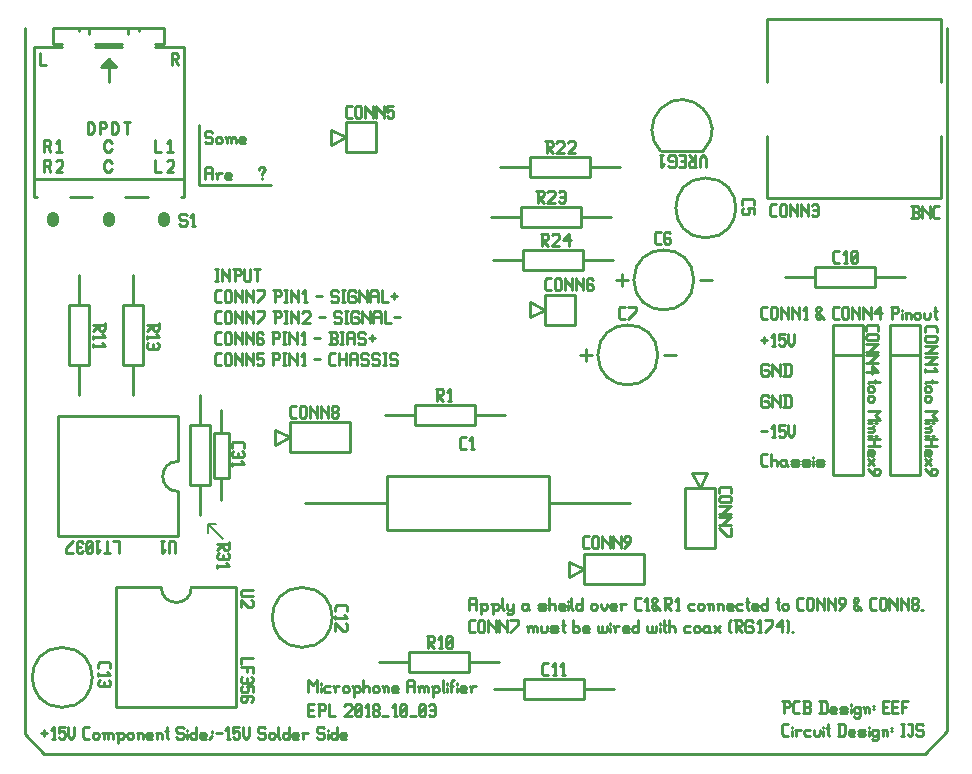
<source format=gbr>
G04 start of page 7 for group 1 layer_idx 4 *
G04 Title: (unknown), top_silk *
G04 Creator: pcb-rnd 2.0.1 *
G04 CreationDate: 2018-11-08 18:27:00 UTC *
G04 For:  *
G04 Format: Gerber/RS-274X *
G04 PCB-Dimensions: 316500 250000 *
G04 PCB-Coordinate-Origin: lower left *
%MOIN*%
%FSLAX25Y25*%
%LNTOPSILK*%
%ADD69C,0.0060*%
%ADD68C,0.0400*%
%ADD67C,0.0110*%
%ADD66C,0.0100*%
G54D66*X43300Y151500D02*Y131500D01*
X36700Y151500D02*Y131500D01*
X33000Y205500D02*X32000Y206500D01*
X22000Y161500D02*Y151500D01*
Y131500D02*Y121500D01*
X25300Y151500D02*Y131500D01*
G54D67*X4000Y244000D02*Y8500D01*
G54D66*X15000Y114500D02*Y74500D01*
X18700Y131500D02*X25300D01*
X18700Y151500D02*Y131500D01*
Y151500D02*X25300D01*
X34500Y57500D02*Y17500D01*
X31500Y200000D02*X30500Y199000D01*
Y197000D02*X31500Y196000D01*
X32000D02*X33000Y197000D01*
X31500Y196000D02*X32000D01*
Y206500D02*X31500D01*
X33000Y199000D02*X32000Y200000D01*
X31500D01*
Y206500D02*X30500Y205500D01*
Y203500D02*X31500Y202500D01*
X32000D02*X33000Y203500D01*
X31500Y202500D02*X32000D01*
X37000Y212500D02*X39000D01*
X38000D02*Y208500D01*
X30500Y199000D02*Y197000D01*
Y205500D02*Y203500D01*
X33000Y208500D02*X34000D01*
X35000Y209500D01*
Y211500D01*
X10500Y206500D02*Y202500D01*
Y206500D02*X12000D01*
X33000Y212500D02*Y208500D01*
X14500Y199500D02*X15000Y200000D01*
X16000D02*X16500Y199500D01*
X15000Y200000D02*X16000D01*
X15500Y202500D02*Y206500D01*
X14500Y205500D01*
Y196000D02*X16500D01*
Y198000D02*X14500Y196000D01*
X16500Y199500D02*Y198000D01*
X10500Y200000D02*Y196000D01*
X14500Y202500D02*X16500D01*
X12000Y204000D02*X12500Y202500D01*
X12000Y197500D02*X12500Y196000D01*
X9000Y235500D02*Y231500D01*
X11000D01*
X12500Y199500D02*Y198500D01*
X12000Y198000D01*
X11000D01*
X12000Y204500D02*X11000D01*
X10500Y200000D02*X12000D01*
X12500Y199500D01*
X12000Y206500D02*X12500Y206000D01*
Y205000D01*
X12000Y204500D01*
X31000Y211000D02*X30500Y210500D01*
X29500D01*
X35000Y211500D02*X34000Y212500D01*
X33000D01*
X29000D02*X30500D01*
X31000Y212000D01*
Y211000D01*
X27000Y211500D02*X26000Y212500D01*
X25000D01*
X29000Y208500D02*Y212500D01*
X25000D02*Y208500D01*
X26000D01*
X27000Y209500D01*
Y211500D01*
X29500Y231000D02*X34500D01*
X32000Y233500D01*
Y232500D02*X33500Y231000D01*
X30500D02*X32000Y232500D01*
X7000Y237500D02*Y187500D01*
X32000Y233500D02*Y226000D01*
Y233500D02*X29500Y231000D01*
X38500Y242000D02*Y244000D01*
G54D68*X13500Y180500D02*Y179500D01*
X32000Y180500D02*Y179500D01*
G54D66*X27500Y237500D02*X36500D01*
X16500Y238500D02*X13500D01*
Y244000D01*
X36500Y238500D02*X27500D01*
X25500Y242000D02*Y244000D01*
X22000Y243000D02*Y244000D01*
X7000Y237500D02*X16500D01*
X40000Y161500D02*Y151500D01*
X36700D02*X43300D01*
X8000Y187500D02*X7000D01*
X19000D02*X26500D01*
X15000Y114500D02*X55000D01*
X15000Y74500D02*X55000D01*
Y114500D02*Y99500D01*
Y89500D02*Y74500D01*
X34500Y17500D02*X74500D01*
Y57500D01*
X34500D02*X49500D01*
X59500D02*X74500D01*
X37500Y187500D02*X45000D01*
X13500Y244000D02*X50500D01*
X42000Y243000D02*Y244000D01*
X50500D02*Y238500D01*
X47500D01*
X53000Y235500D02*Y231500D01*
Y235500D02*X54500D01*
Y233500D02*X53500D01*
X7000Y193500D02*X57000D01*
X47500Y196000D02*X49500D01*
X51500D02*X53500D01*
X54500Y235500D02*X55000Y235000D01*
Y234000D01*
X54500Y233500D01*
Y233000D02*X55000Y231500D01*
X52000Y200000D02*X53000D01*
X51500Y199500D02*X52000Y200000D01*
X53000D02*X53500Y199500D01*
Y198000D01*
X51500Y196000D01*
X47500Y206500D02*Y202500D01*
Y200000D02*Y196000D01*
Y202500D02*X49500D01*
X51500D02*X53500D01*
X52500D02*Y206500D01*
X51500Y205500D01*
X40000Y131500D02*Y121500D01*
X36700Y131500D02*X43300D01*
X57000Y187500D02*Y237500D01*
X47500D01*
X62000Y191500D02*X86000D01*
X62000Y211500D02*Y191500D01*
G54D68*X50500Y180500D02*Y179500D01*
G54D66*X57000Y187500D02*X56000D01*
X72000Y109000D02*X67000D01*
X69500Y116500D02*Y109000D01*
X62500Y121500D02*Y111500D01*
X65800D02*X59200D01*
X67000Y109000D02*Y94000D01*
X65800Y111500D02*Y91500D01*
X59200Y111500D02*Y91500D01*
X72000Y94000D02*X67000D01*
X65800Y91500D02*X59200D01*
X72000Y109000D02*Y94000D01*
X69500D02*Y86500D01*
X62500Y91500D02*Y81500D01*
X92500Y112500D02*Y102500D01*
Y107500D02*X87500Y110000D01*
X92500Y107500D02*X87500Y105000D01*
Y110000D02*Y105000D01*
G54D69*X69950Y73550D02*X65000Y78500D01*
Y75672D01*
Y78500D02*X67828D01*
G54D67*X311500Y244000D02*Y9500D01*
G54D66*X309500Y187150D02*Y208000D01*
G54D67*X10500Y2000D02*X304000D01*
G54D66*X302500Y135000D02*Y145000D01*
X292500Y135000D02*X302500D01*
Y145000D02*X292500D01*
X302500Y95000D02*Y145000D01*
X292500Y95000D02*X302500D01*
X292500Y145000D02*Y95000D01*
G54D67*X304000Y2000D02*X311500Y9500D01*
G54D66*X283500Y135000D02*Y145000D01*
X273500Y135000D02*X283500D01*
X273500Y95000D02*X283500D01*
X273500Y145000D02*Y95000D01*
X283500Y145000D02*X273500D01*
X283500Y95000D02*Y145000D01*
G54D67*X4000Y8500D02*X10500Y2000D01*
G54D66*X132000Y35800D02*Y29200D01*
X152000D01*
Y35800D02*Y29200D01*
X132000Y35800D02*X152000D01*
Y32500D02*X162000D01*
X122000D02*X132000D01*
X160500Y23500D02*X170500D01*
Y20200D02*X190500D01*
X170500Y26800D02*Y20200D01*
X190500Y68500D02*X210500D01*
Y58500D02*X190500D01*
X210500D02*Y68500D01*
X190500Y63500D02*X185500Y66000D01*
X190500Y63500D02*X185500Y61000D01*
Y66000D02*Y61000D01*
X190500Y23500D02*X200500D01*
X170500Y26800D02*X190500D01*
Y20200D01*
Y68500D02*Y58500D01*
X309500Y246850D02*X251500D01*
Y226000D01*
Y187150D02*Y208000D01*
X257500Y161000D02*X267500D01*
X287500D02*X297500D01*
X267500Y164300D02*X287500D01*
Y157700D01*
X267500D01*
Y164300D01*
X251500Y187150D02*X309500D01*
Y246850D02*Y226000D01*
Y246016D03*
X216000Y203000D02*X230000D01*
X162500Y197500D02*X172500D01*
Y194200D02*Y200800D01*
X169500Y181000D02*X159500D01*
X192500Y194200D02*X172500D01*
X199500Y181000D02*X189500D01*
Y184300D02*X169500D01*
X189500Y177700D02*X169500D01*
Y184300D02*Y177700D01*
X170000Y166700D02*X160000D01*
X170000Y170000D02*Y163400D01*
X134000Y115000D02*X124000D01*
X164000D02*X154000D01*
Y118300D02*X134000D01*
X154000Y111700D02*Y118300D01*
Y111700D02*X134000D01*
Y118300D01*
X92500Y112500D02*X112500D01*
Y102500D02*X92500D01*
X124575Y94525D02*X178725D01*
X112500Y102500D02*Y112500D01*
X124575Y94525D02*Y76475D01*
X97500Y85500D02*X124575D01*
X178725Y76475D02*X124575D01*
X178725D02*Y94525D01*
X200000Y166700D02*X190000D01*
X178725Y85500D02*X205800D01*
X190000Y170000D02*X170000D01*
X190000Y163400D02*X170000D01*
X177500Y155000D02*Y145000D01*
Y155000D02*X187500D01*
X177500Y150000D02*X172500Y152500D01*
X177500Y150000D02*X172500Y147500D01*
Y152500D02*Y147500D01*
X187500Y145000D02*X177500D01*
X187500D02*Y155000D01*
X192500Y197500D02*X202500D01*
X205000Y160000D02*X201000D01*
X203000Y162000D02*Y158000D01*
X221000Y135000D02*X217000D01*
X233000Y160000D02*X229000D01*
X234000Y90500D02*X224000D01*
X229000D02*X231500Y95500D01*
X229000Y90500D02*X226500Y95500D01*
X231500D02*X226500D01*
X234000Y90500D02*Y70500D01*
X224000D02*Y90500D01*
Y70500D02*X234000D01*
X111000Y212500D02*Y202500D01*
Y207500D02*X106000Y210000D01*
X111000Y207500D02*X106000Y205000D01*
Y210000D02*Y205000D01*
X111000Y212500D02*X121000D01*
Y202500D02*X111000D01*
X121000D02*Y212500D01*
X172500Y200800D02*X192500D01*
Y194200D01*
X189500Y184300D02*Y177700D01*
X193000Y135000D02*X189000D01*
X191000Y137000D02*Y133000D01*
X190000Y170000D02*Y163400D01*
X55000Y99500D02*G75*G03X55000Y89500I0J-5000D01*G01*
X16500Y37500D02*G75*G03X16500Y17500I0J-10000D01*G01*
X16500D02*G75*G03X16500Y37500I0J10000D01*G01*
X96500Y57500D02*G75*G03X96500Y37500I0J-10000D01*G01*
G75*G03X96500Y57500I0J10000D01*G01*
X49500D02*G75*G03X59500Y57500I5000J0D01*G01*
X230071Y202929D02*G75*G03X215929Y217071I-7071J7071D01*G01*
X215929Y217071D02*G75*G03X215929Y202929I7071J-7071D01*G01*
X195000Y135000D02*G75*G03X215000Y135000I10000J0D01*G01*
G75*G03X195000Y135000I-10000J0D01*G01*
X207000Y160000D02*G75*G03X227000Y160000I10000J0D01*G01*
G75*G03X207000Y160000I-10000J0D01*G01*
X231000Y194000D02*G75*G03X231000Y174000I0J-10000D01*G01*
G75*G03X231000Y194000I0J10000D01*G01*
X64000Y197015D02*Y193550D01*
Y197015D02*X64495Y197510D01*
X65980D01*
X66475Y197015D01*
Y193550D01*
X64000Y195530D02*X66475D01*
X68158Y195035D02*Y193550D01*
Y195035D02*X68653Y195530D01*
X69643D01*
X67663D02*X68158Y195035D01*
X71326Y193550D02*X72811D01*
X70831Y194045D02*X71326Y193550D01*
X70831Y195035D02*Y194045D01*
Y195035D02*X71326Y195530D01*
X72316D01*
X72811Y195035D01*
X70831Y194540D02*X72811D01*
Y195035D01*
X82990Y195530D02*Y195035D01*
Y194045D02*Y193550D01*
X82000Y197015D02*Y196520D01*
Y197015D02*X82495Y197510D01*
X83485D01*
X83980Y197015D01*
Y196520D01*
X82990Y195530D02*X83980Y196520D01*
X65980Y209510D02*X66475Y209015D01*
X64495Y209510D02*X65980D01*
X64000Y209015D02*X64495Y209510D01*
X64000Y209015D02*Y208025D01*
X64495Y207530D01*
X65980D01*
X66475Y207035D01*
Y206045D01*
X65980Y205550D02*X66475Y206045D01*
X64495Y205550D02*X65980D01*
X64000Y206045D02*X64495Y205550D01*
X67663Y207035D02*Y206045D01*
Y207035D02*X68158Y207530D01*
X69148D01*
X69643Y207035D01*
Y206045D01*
X69148Y205550D02*X69643Y206045D01*
X68158Y205550D02*X69148D01*
X67663Y206045D02*X68158Y205550D01*
X71326Y207035D02*Y205550D01*
Y207035D02*X71821Y207530D01*
X72316D01*
X72811Y207035D01*
Y205550D01*
Y207035D02*X73306Y207530D01*
X73801D01*
X74296Y207035D01*
Y205550D01*
X70831Y207530D02*X71326Y207035D01*
X75979Y205550D02*X77464D01*
X75484Y206045D02*X75979Y205550D01*
X75484Y207035D02*Y206045D01*
Y207035D02*X75979Y207530D01*
X76969D01*
X77464Y207035D01*
X75484Y206540D02*X77464D01*
Y207035D01*
X67500Y163500D02*X68500D01*
X68000D02*Y159500D01*
X67500D02*X68500D01*
X69700Y163500D02*Y159500D01*
Y163500D02*Y163000D01*
X72200Y160500D01*
Y163500D02*Y159500D01*
X73900Y163500D02*Y159500D01*
X73400Y163500D02*X75400D01*
X75900Y163000D01*
Y162000D01*
X75400Y161500D02*X75900Y162000D01*
X73900Y161500D02*X75400D01*
X77100Y163500D02*Y160000D01*
X77600Y159500D01*
X78600D01*
X79100Y160000D01*
Y163500D02*Y160000D01*
X80300Y163500D02*X82300D01*
X81300D02*Y159500D01*
X48700Y145500D02*Y143500D01*
X48200Y143000D01*
X47200D01*
X46700Y143500D02*X47200Y143000D01*
X46700Y145000D02*Y143500D01*
X48700Y145000D02*X44700D01*
X46700D02*X44700Y143000D01*
Y141300D02*Y140300D01*
X48700Y140800D02*X44700D01*
X47700Y141800D02*X48700Y140800D01*
X48200Y139100D02*X48700Y138600D01*
Y137600D01*
X48200Y137100D01*
X45200D01*
X44700Y137600D02*X45200Y137100D01*
X44700Y138600D02*Y137600D01*
X45200Y139100D02*X44700Y138600D01*
X46700D02*Y137100D01*
X57500Y182000D02*X58000Y181500D01*
X56000Y182000D02*X57500D01*
X55500Y181500D02*X56000Y182000D01*
X55500Y181500D02*Y180500D01*
X56000Y180000D01*
X57500D01*
X58000Y179500D01*
Y178500D01*
X57500Y178000D02*X58000Y178500D01*
X56000Y178000D02*X57500D01*
X55500Y178500D02*X56000Y178000D01*
X59700D02*X60700D01*
X60200Y182000D02*Y178000D01*
X59200Y181000D02*X60200Y182000D01*
X35500Y68990D02*Y72950D01*
X33520D01*
X32332Y68990D02*X30352D01*
X31342D02*Y72950D01*
X28669D02*X27679D01*
X28174Y68990D02*Y72950D01*
X29164Y69980D02*X28174Y68990D01*
X26491Y72455D02*X25996Y72950D01*
X26491Y69485D02*Y72455D01*
Y69485D02*X25996Y68990D01*
X25006D01*
X24511Y69485D01*
Y72455D01*
X25006Y72950D02*X24511Y72455D01*
X25996Y72950D02*X25006D01*
X26491Y71960D02*X24511Y69980D01*
X23323Y69485D02*X22828Y68990D01*
X21838D01*
X21343Y69485D01*
Y72455D01*
X21838Y72950D02*X21343Y72455D01*
X22828Y72950D02*X21838D01*
X23323Y72455D02*X22828Y72950D01*
Y70970D02*X21343D01*
X20155Y72950D02*X17680Y70475D01*
Y68990D02*Y70475D01*
X20155Y68990D02*X17680D01*
X54000Y69000D02*Y72500D01*
X53500Y73000D01*
X52500D01*
X52000Y72500D01*
Y69000D02*Y72500D01*
X50300Y73000D02*X49300D01*
X49800Y69000D02*Y73000D01*
X50800Y70000D02*X49800Y69000D01*
X30700Y145500D02*Y143500D01*
X30200Y143000D01*
X29200D01*
X28700Y143500D02*X29200Y143000D01*
X28700Y145000D02*Y143500D01*
X30700Y145000D02*X26700D01*
X28700D02*X26700Y143000D01*
Y141300D02*Y140300D01*
X30700Y140800D02*X26700D01*
X29700Y141800D02*X30700Y140800D01*
X26700Y138600D02*Y137600D01*
X30700Y138100D02*X26700D01*
X29700Y139100D02*X30700Y138100D01*
X73000Y105500D02*Y104000D01*
X73500Y106000D02*X73000Y105500D01*
X76500Y106000D02*X73500D01*
X76500D02*X77000Y105500D01*
Y104000D01*
X76500Y102800D02*X77000Y102300D01*
Y101300D01*
X76500Y100800D01*
X73500D01*
X73000Y101300D02*X73500Y100800D01*
X73000Y102300D02*Y101300D01*
X73500Y102800D02*X73000Y102300D01*
X75000D02*Y100800D01*
X73000Y99100D02*Y98100D01*
X77000Y98600D02*X73000D01*
X76000Y99600D02*X77000Y98600D01*
X299500Y180550D02*X301480D01*
X301975Y181045D01*
Y182035D02*Y181045D01*
X301480Y182530D02*X301975Y182035D01*
X299995Y182530D02*X301480D01*
X299995Y184510D02*Y180550D01*
X299500Y184510D02*X301480D01*
X301975Y184015D01*
Y183025D01*
X301480Y182530D02*X301975Y183025D01*
X303163Y184510D02*Y180550D01*
Y184510D02*Y184015D01*
X305638Y181540D01*
Y184510D02*Y180550D01*
X307321D02*X308806D01*
X306826Y181045D02*X307321Y180550D01*
X306826Y184015D02*Y181045D01*
Y184015D02*X307321Y184510D01*
X308806D01*
X308010Y126005D02*X304545D01*
X304050Y125510D01*
X306525Y126500D02*Y125510D01*
X305535Y124520D02*X304545D01*
X305535D02*X306030Y124025D01*
Y123035D01*
X305535Y122540D01*
X304545D01*
X304050Y123035D02*X304545Y122540D01*
X304050Y124025D02*Y123035D01*
X304545Y124520D02*X304050Y124025D01*
X305535Y121352D02*X304545D01*
X305535D02*X306030Y120857D01*
Y119867D01*
X305535Y119372D01*
X304545D01*
X304050Y119867D02*X304545Y119372D01*
X304050Y120857D02*Y119867D01*
X304545Y121352D02*X304050Y120857D01*
X308010Y116402D02*X304050D01*
X308010D02*X306525Y114917D01*
X308010Y113432D01*
X304050D01*
X307020Y112244D02*X306525D01*
X305535D02*X304050D01*
X305535Y110759D02*X304050D01*
X305535D02*X306030Y110264D01*
Y109769D01*
X305535Y109274D01*
X304050D01*
X306030Y111254D02*X305535Y110759D01*
X307020Y108086D02*X306525D01*
X305535D02*X304050D01*
X308010Y107096D02*X304050D01*
X308010Y104621D02*X304050D01*
X306030Y107096D02*Y104621D01*
X304050Y102938D02*Y101453D01*
X304545Y103433D02*X304050Y102938D01*
X305535Y103433D02*X304545D01*
X305535D02*X306030Y102938D01*
Y101948D01*
X305535Y101453D01*
X305040Y103433D02*Y101453D01*
X305535D01*
X306030Y100265D02*X304050Y98285D01*
Y100265D02*X306030Y98285D01*
X304050Y97097D02*X306030Y95117D01*
X307515D02*X306030D01*
X308010Y95612D02*X307515Y95117D01*
X308010Y96602D02*Y95612D01*
X307515Y97097D02*X308010Y96602D01*
X307515Y97097D02*X306525D01*
X306030Y96602D01*
Y95117D01*
X289010Y126005D02*X285545D01*
X285050Y125510D01*
X287525Y126500D02*Y125510D01*
X286535Y124520D02*X285545D01*
X286535D02*X287030Y124025D01*
Y123035D01*
X286535Y122540D01*
X285545D01*
X285050Y123035D02*X285545Y122540D01*
X285050Y124025D02*Y123035D01*
X285545Y124520D02*X285050Y124025D01*
X286535Y121352D02*X285545D01*
X286535D02*X287030Y120857D01*
Y119867D01*
X286535Y119372D01*
X285545D01*
X285050Y119867D02*X285545Y119372D01*
X285050Y120857D02*Y119867D01*
X285545Y121352D02*X285050Y120857D01*
X289010Y116402D02*X285050D01*
X289010D02*X287525Y114917D01*
X289010Y113432D01*
X285050D01*
X288020Y112244D02*X287525D01*
X286535D02*X285050D01*
X286535Y110759D02*X285050D01*
X286535D02*X287030Y110264D01*
Y109769D01*
X286535Y109274D01*
X285050D01*
X287030Y111254D02*X286535Y110759D01*
X288020Y108086D02*X287525D01*
X286535D02*X285050D01*
X289010Y107096D02*X285050D01*
X289010Y104621D02*X285050D01*
X287030Y107096D02*Y104621D01*
X285050Y102938D02*Y101453D01*
X285545Y103433D02*X285050Y102938D01*
X286535Y103433D02*X285545D01*
X286535D02*X287030Y102938D01*
Y101948D01*
X286535Y101453D01*
X286040Y103433D02*Y101453D01*
X286535D01*
X287030Y100265D02*X285050Y98285D01*
Y100265D02*X287030Y98285D01*
X285050Y97097D02*X287030Y95117D01*
X288515D02*X287030D01*
X289010Y95612D02*X288515Y95117D01*
X289010Y96602D02*Y95612D01*
X288515Y97097D02*X289010Y96602D01*
X288515Y97097D02*X287525D01*
X287030Y96602D01*
Y95117D01*
X304000Y144000D02*Y142500D01*
X304500Y144500D02*X304000Y144000D01*
X307500Y144500D02*X304500D01*
X307500D02*X308000Y144000D01*
Y142500D01*
X307500Y141300D02*X304500D01*
X307500D02*X308000Y140800D01*
Y139800D01*
X307500Y139300D01*
X304500D01*
X304000Y139800D02*X304500Y139300D01*
X304000Y140800D02*Y139800D01*
X304500Y141300D02*X304000Y140800D01*
X308000Y138100D02*X304000D01*
X308000D02*X307500D01*
X305000Y135600D01*
X308000D02*X304000D01*
X308000Y134400D02*X304000D01*
X308000D02*X307500D01*
X305000Y131900D01*
X308000D02*X304000D01*
Y130200D02*Y129200D01*
X308000Y129700D02*X304000D01*
X307000Y130700D02*X308000Y129700D01*
X284500Y144500D02*Y143000D01*
X285000Y145000D02*X284500Y144500D01*
X288000Y145000D02*X285000D01*
X288000D02*X288500Y144500D01*
Y143000D01*
X288000Y141800D02*X285000D01*
X288000D02*X288500Y141300D01*
Y140300D01*
X288000Y139800D01*
X285000D01*
X284500Y140300D02*X285000Y139800D01*
X284500Y141300D02*Y140300D01*
X285000Y141800D02*X284500Y141300D01*
X288500Y138600D02*X284500D01*
X288500D02*X288000D01*
X285500Y136100D01*
X288500D02*X284500D01*
X288500Y134900D02*X284500D01*
X288500D02*X288000D01*
X285500Y132400D01*
X288500D02*X284500D01*
X286500Y131200D02*X288500Y129200D01*
X286500Y131200D02*Y128700D01*
X288500Y129200D02*X284500D01*
X274000Y165700D02*X275500D01*
X273500Y166200D02*X274000Y165700D01*
X273500Y169200D02*Y166200D01*
Y169200D02*X274000Y169700D01*
X275500D01*
X277200Y165700D02*X278200D01*
X277700Y169700D02*Y165700D01*
X276700Y168700D02*X277700Y169700D01*
X279400Y166200D02*X279900Y165700D01*
X279400Y169200D02*Y166200D01*
Y169200D02*X279900Y169700D01*
X280900D01*
X281400Y169200D01*
Y166200D01*
X280900Y165700D02*X281400Y166200D01*
X279900Y165700D02*X280900D01*
X279400Y166700D02*X281400Y168700D01*
X250000Y147000D02*X251500D01*
X249500Y147500D02*X250000Y147000D01*
X249500Y150500D02*Y147500D01*
Y150500D02*X250000Y151000D01*
X251500D01*
X252700Y150500D02*Y147500D01*
Y150500D02*X253200Y151000D01*
X254200D01*
X254700Y150500D01*
Y147500D01*
X254200Y147000D02*X254700Y147500D01*
X253200Y147000D02*X254200D01*
X252700Y147500D02*X253200Y147000D01*
X255900Y151000D02*Y147000D01*
Y151000D02*Y150500D01*
X258400Y148000D01*
Y151000D02*Y147000D01*
X259600Y151000D02*Y147000D01*
Y151000D02*Y150500D01*
X262100Y148000D01*
Y151000D02*Y147000D01*
X263800D02*X264800D01*
X264300Y151000D02*Y147000D01*
X263300Y150000D02*X264300Y151000D01*
X267800Y147500D02*X268300Y147000D01*
X267800Y150500D02*Y149500D01*
Y150500D02*X268300Y151000D01*
X267800Y148500D02*X269300Y150000D01*
X268300Y147000D02*X268800D01*
X269800Y148000D01*
X267800Y149500D02*X270300Y147000D01*
X268300Y151000D02*X268800D01*
X269300Y150500D01*
Y150000D01*
X267800Y148500D02*Y147500D01*
X273800Y147000D02*X275300D01*
X273300Y147500D02*X273800Y147000D01*
X273300Y150500D02*Y147500D01*
Y150500D02*X273800Y151000D01*
X275300D01*
X276500Y150500D02*Y147500D01*
Y150500D02*X277000Y151000D01*
X278000D01*
X278500Y150500D01*
Y147500D01*
X278000Y147000D02*X278500Y147500D01*
X277000Y147000D02*X278000D01*
X276500Y147500D02*X277000Y147000D01*
X279700Y151000D02*Y147000D01*
Y151000D02*Y150500D01*
X282200Y148000D01*
Y151000D02*Y147000D01*
X283400Y151000D02*Y147000D01*
Y151000D02*Y150500D01*
X285900Y148000D01*
Y151000D02*Y147000D01*
X287100Y149000D02*X289100Y151000D01*
X287100Y149000D02*X289600D01*
X289100Y151000D02*Y147000D01*
X293100Y151000D02*Y147000D01*
X292600Y151000D02*X294600D01*
X295100Y150500D01*
Y149500D01*
X294600Y149000D02*X295100Y149500D01*
X293100Y149000D02*X294600D01*
X296300Y150000D02*Y149500D01*
Y148500D02*Y147000D01*
X297800Y148500D02*Y147000D01*
Y148500D02*X298300Y149000D01*
X298800D01*
X299300Y148500D01*
Y147000D01*
X297300Y149000D02*X297800Y148500D01*
X300500D02*Y147500D01*
Y148500D02*X301000Y149000D01*
X302000D01*
X302500Y148500D01*
Y147500D01*
X302000Y147000D02*X302500Y147500D01*
X301000Y147000D02*X302000D01*
X300500Y147500D02*X301000Y147000D01*
X303700Y149000D02*Y147500D01*
X304200Y147000D01*
X305200D01*
X305700Y147500D01*
Y149000D02*Y147500D01*
X307400Y151000D02*Y147500D01*
X307900Y147000D01*
X306900Y149500D02*X307900D01*
X68000Y152500D02*X69500D01*
X67500Y153000D02*X68000Y152500D01*
X67500Y156000D02*Y153000D01*
Y156000D02*X68000Y156500D01*
X69500D01*
X70700Y156000D02*Y153000D01*
Y156000D02*X71200Y156500D01*
X72200D01*
X72700Y156000D01*
Y153000D01*
X72200Y152500D02*X72700Y153000D01*
X71200Y152500D02*X72200D01*
X70700Y153000D02*X71200Y152500D01*
X73900Y156500D02*Y152500D01*
Y156500D02*Y156000D01*
X76400Y153500D01*
Y156500D02*Y152500D01*
X77600Y156500D02*Y152500D01*
Y156500D02*Y156000D01*
X80100Y153500D01*
Y156500D02*Y152500D01*
X81300D02*X83800Y155000D01*
Y156500D02*Y155000D01*
X81300Y156500D02*X83800D01*
X87300D02*Y152500D01*
X86800Y156500D02*X88800D01*
X89300Y156000D01*
Y155000D01*
X88800Y154500D02*X89300Y155000D01*
X87300Y154500D02*X88800D01*
X90500Y156500D02*X91500D01*
X91000D02*Y152500D01*
X90500D02*X91500D01*
X92700Y156500D02*Y152500D01*
Y156500D02*Y156000D01*
X95200Y153500D01*
Y156500D02*Y152500D01*
X96900D02*X97900D01*
X97400Y156500D02*Y152500D01*
X96400Y155500D02*X97400Y156500D01*
X100900Y154500D02*X102900D01*
X107900Y156500D02*X108400Y156000D01*
X106400Y156500D02*X107900D01*
X105900Y156000D02*X106400Y156500D01*
X105900Y156000D02*Y155000D01*
X106400Y154500D01*
X107900D01*
X108400Y154000D01*
Y153000D01*
X107900Y152500D02*X108400Y153000D01*
X106400Y152500D02*X107900D01*
X105900Y153000D02*X106400Y152500D01*
X109600Y156500D02*X110600D01*
X110100D02*Y152500D01*
X109600D02*X110600D01*
X113800Y156500D02*X114300Y156000D01*
X112300Y156500D02*X113800D01*
X111800Y156000D02*X112300Y156500D01*
X111800Y156000D02*Y153000D01*
X112300Y152500D01*
X113800D01*
X114300Y153000D01*
Y154000D02*Y153000D01*
X113800Y154500D02*X114300Y154000D01*
X112800Y154500D02*X113800D01*
X115500Y156500D02*Y152500D01*
Y156500D02*Y156000D01*
X118000Y153500D01*
Y156500D02*Y152500D01*
X119200Y156000D02*Y152500D01*
Y156000D02*X119700Y156500D01*
X121200D01*
X121700Y156000D01*
Y152500D01*
X119200Y154500D02*X121700D01*
X122900Y156500D02*Y152500D01*
X124900D01*
X126100Y154500D02*X128100D01*
X127100Y155500D02*Y153500D01*
X68000Y145500D02*X69500D01*
X67500Y146000D02*X68000Y145500D01*
X67500Y149000D02*Y146000D01*
Y149000D02*X68000Y149500D01*
X69500D01*
X70700Y149000D02*Y146000D01*
Y149000D02*X71200Y149500D01*
X72200D01*
X72700Y149000D01*
Y146000D01*
X72200Y145500D02*X72700Y146000D01*
X71200Y145500D02*X72200D01*
X70700Y146000D02*X71200Y145500D01*
X73900Y149500D02*Y145500D01*
Y149500D02*Y149000D01*
X76400Y146500D01*
Y149500D02*Y145500D01*
X77600Y149500D02*Y145500D01*
Y149500D02*Y149000D01*
X80100Y146500D01*
Y149500D02*Y145500D01*
X81300D02*X83800Y148000D01*
Y149500D02*Y148000D01*
X81300Y149500D02*X83800D01*
X87300D02*Y145500D01*
X86800Y149500D02*X88800D01*
X89300Y149000D01*
Y148000D01*
X88800Y147500D02*X89300Y148000D01*
X87300Y147500D02*X88800D01*
X90500Y149500D02*X91500D01*
X91000D02*Y145500D01*
X90500D02*X91500D01*
X92700Y149500D02*Y145500D01*
Y149500D02*Y149000D01*
X95200Y146500D01*
Y149500D02*Y145500D01*
X96400Y149000D02*X96900Y149500D01*
X98400D01*
X98900Y149000D01*
Y148000D01*
X96400Y145500D02*X98900Y148000D01*
X96400Y145500D02*X98900D01*
X101900Y147500D02*X103900D01*
X108900Y149500D02*X109400Y149000D01*
X107400Y149500D02*X108900D01*
X106900Y149000D02*X107400Y149500D01*
X106900Y149000D02*Y148000D01*
X107400Y147500D01*
X108900D01*
X109400Y147000D01*
Y146000D01*
X108900Y145500D02*X109400Y146000D01*
X107400Y145500D02*X108900D01*
X106900Y146000D02*X107400Y145500D01*
X110600Y149500D02*X111600D01*
X111100D02*Y145500D01*
X110600D02*X111600D01*
X114800Y149500D02*X115300Y149000D01*
X113300Y149500D02*X114800D01*
X112800Y149000D02*X113300Y149500D01*
X112800Y149000D02*Y146000D01*
X113300Y145500D01*
X114800D01*
X115300Y146000D01*
Y147000D02*Y146000D01*
X114800Y147500D02*X115300Y147000D01*
X113800Y147500D02*X114800D01*
X116500Y149500D02*Y145500D01*
Y149500D02*Y149000D01*
X119000Y146500D01*
Y149500D02*Y145500D01*
X120200Y149000D02*Y145500D01*
Y149000D02*X120700Y149500D01*
X122200D01*
X122700Y149000D01*
Y145500D01*
X120200Y147500D02*X122700D01*
X123900Y149500D02*Y145500D01*
X125900D01*
X127100Y147500D02*X129100D01*
X68000Y138500D02*X69500D01*
X67500Y139000D02*X68000Y138500D01*
X67500Y142000D02*Y139000D01*
Y142000D02*X68000Y142500D01*
X69500D01*
X70700Y142000D02*Y139000D01*
Y142000D02*X71200Y142500D01*
X72200D01*
X72700Y142000D01*
Y139000D01*
X72200Y138500D02*X72700Y139000D01*
X71200Y138500D02*X72200D01*
X70700Y139000D02*X71200Y138500D01*
X73900Y142500D02*Y138500D01*
Y142500D02*Y142000D01*
X76400Y139500D01*
Y142500D02*Y138500D01*
X77600Y142500D02*Y138500D01*
Y142500D02*Y142000D01*
X80100Y139500D01*
Y142500D02*Y138500D01*
X82800Y142500D02*X83300Y142000D01*
X81800Y142500D02*X82800D01*
X81300Y142000D02*X81800Y142500D01*
X81300Y142000D02*Y139000D01*
X81800Y138500D01*
X82800Y140500D02*X83300Y140000D01*
X81300Y140500D02*X82800D01*
X81800Y138500D02*X82800D01*
X83300Y139000D01*
Y140000D02*Y139000D01*
X86800Y142500D02*Y138500D01*
X86300Y142500D02*X88300D01*
X88800Y142000D01*
Y141000D01*
X88300Y140500D02*X88800Y141000D01*
X86800Y140500D02*X88300D01*
X90000Y142500D02*X91000D01*
X90500D02*Y138500D01*
X90000D02*X91000D01*
X92200Y142500D02*Y138500D01*
Y142500D02*Y142000D01*
X94700Y139500D01*
Y142500D02*Y138500D01*
X96400D02*X97400D01*
X96900Y142500D02*Y138500D01*
X95900Y141500D02*X96900Y142500D01*
X100400Y140500D02*X102400D01*
X105400Y138500D02*X107400D01*
X107900Y139000D01*
Y140000D02*Y139000D01*
X107400Y140500D02*X107900Y140000D01*
X105900Y140500D02*X107400D01*
X105900Y142500D02*Y138500D01*
X105400Y142500D02*X107400D01*
X107900Y142000D01*
Y141000D01*
X107400Y140500D02*X107900Y141000D01*
X109100Y142500D02*X110100D01*
X109600D02*Y138500D01*
X109100D02*X110100D01*
X111300Y142000D02*Y138500D01*
Y142000D02*X111800Y142500D01*
X113300D01*
X113800Y142000D01*
Y138500D01*
X111300Y140500D02*X113800D01*
X117000Y142500D02*X117500Y142000D01*
X115500Y142500D02*X117000D01*
X115000Y142000D02*X115500Y142500D01*
X115000Y142000D02*Y141000D01*
X115500Y140500D01*
X117000D01*
X117500Y140000D01*
Y139000D01*
X117000Y138500D02*X117500Y139000D01*
X115500Y138500D02*X117000D01*
X115000Y139000D02*X115500Y138500D01*
X118700Y140500D02*X120700D01*
X119700Y141500D02*Y139500D01*
X68000Y131500D02*X69500D01*
X67500Y132000D02*X68000Y131500D01*
X67500Y135000D02*Y132000D01*
Y135000D02*X68000Y135500D01*
X69500D01*
X70700Y135000D02*Y132000D01*
Y135000D02*X71200Y135500D01*
X72200D01*
X72700Y135000D01*
Y132000D01*
X72200Y131500D02*X72700Y132000D01*
X71200Y131500D02*X72200D01*
X70700Y132000D02*X71200Y131500D01*
X73900Y135500D02*Y131500D01*
Y135500D02*Y135000D01*
X76400Y132500D01*
Y135500D02*Y131500D01*
X77600Y135500D02*Y131500D01*
Y135500D02*Y135000D01*
X80100Y132500D01*
Y135500D02*Y131500D01*
X81300Y135500D02*X83300D01*
X81300D02*Y133500D01*
X81800Y134000D01*
X82800D01*
X83300Y133500D01*
Y132000D01*
X82800Y131500D02*X83300Y132000D01*
X81800Y131500D02*X82800D01*
X81300Y132000D02*X81800Y131500D01*
X86800Y135500D02*Y131500D01*
X86300Y135500D02*X88300D01*
X88800Y135000D01*
Y134000D01*
X88300Y133500D02*X88800Y134000D01*
X86800Y133500D02*X88300D01*
X90000Y135500D02*X91000D01*
X90500D02*Y131500D01*
X90000D02*X91000D01*
X92200Y135500D02*Y131500D01*
Y135500D02*Y135000D01*
X94700Y132500D01*
Y135500D02*Y131500D01*
X96400D02*X97400D01*
X96900Y135500D02*Y131500D01*
X95900Y134500D02*X96900Y135500D01*
X100400Y133500D02*X102400D01*
X105900Y131500D02*X107400D01*
X105400Y132000D02*X105900Y131500D01*
X105400Y135000D02*Y132000D01*
Y135000D02*X105900Y135500D01*
X107400D01*
X108600D02*Y131500D01*
X111100Y135500D02*Y131500D01*
X108600Y133500D02*X111100D01*
X112300Y135000D02*Y131500D01*
Y135000D02*X112800Y135500D01*
X114300D01*
X114800Y135000D01*
Y131500D01*
X112300Y133500D02*X114800D01*
X118000Y135500D02*X118500Y135000D01*
X116500Y135500D02*X118000D01*
X116000Y135000D02*X116500Y135500D01*
X116000Y135000D02*Y134000D01*
X116500Y133500D01*
X118000D01*
X118500Y133000D01*
Y132000D01*
X118000Y131500D02*X118500Y132000D01*
X116500Y131500D02*X118000D01*
X116000Y132000D02*X116500Y131500D01*
X121700Y135500D02*X122200Y135000D01*
X120200Y135500D02*X121700D01*
X119700Y135000D02*X120200Y135500D01*
X119700Y135000D02*Y134000D01*
X120200Y133500D01*
X121700D01*
X122200Y133000D01*
Y132000D01*
X121700Y131500D02*X122200Y132000D01*
X120200Y131500D02*X121700D01*
X119700Y132000D02*X120200Y131500D01*
X123400Y135500D02*X124400D01*
X123900D02*Y131500D01*
X123400D02*X124400D01*
X127600Y135500D02*X128100Y135000D01*
X126100Y135500D02*X127600D01*
X125600Y135000D02*X126100Y135500D01*
X125600Y135000D02*Y134000D01*
X126100Y133500D01*
X127600D01*
X128100Y133000D01*
Y132000D01*
X127600Y131500D02*X128100Y132000D01*
X126100Y131500D02*X127600D01*
X125600Y132000D02*X126100Y131500D01*
X202500Y147000D02*X204000D01*
X202000Y147500D02*X202500Y147000D01*
X202000Y150500D02*Y147500D01*
Y150500D02*X202500Y151000D01*
X204000D01*
X205200Y147000D02*X207700Y149500D01*
Y151000D02*Y149500D01*
X205200Y151000D02*X207700D01*
X231000Y197500D02*Y200500D01*
X230000Y201500D01*
X229000Y200500D01*
Y197500D02*Y200500D01*
X227800Y197500D02*X225800D01*
X225300Y198000D01*
Y199000D01*
X225800Y199500D02*X225300Y199000D01*
X227300Y199500D02*X225800D01*
X227300Y197500D02*Y201500D01*
Y199500D02*X225300Y201500D01*
X224100Y199500D02*X222600D01*
X224100Y201500D02*X222100D01*
X224100Y197500D02*Y201500D01*
Y197500D02*X222100D01*
X218900D02*X218400Y198000D01*
X220400Y197500D02*X218900D01*
X220900Y198000D02*X220400Y197500D01*
X220900Y198000D02*Y201000D01*
X220400Y201500D01*
X218900D01*
X218400Y201000D01*
Y200000D02*Y201000D01*
X218900Y199500D02*X218400Y200000D01*
X219900Y199500D02*X218900D01*
X216700Y201500D02*X215700D01*
X216200Y197500D02*Y201500D01*
X217200Y198500D02*X216200Y197500D01*
X177500Y206200D02*X179500D01*
X180000Y205700D01*
Y204700D01*
X179500Y204200D02*X180000Y204700D01*
X178000Y204200D02*X179500D01*
X178000Y206200D02*Y202200D01*
Y204200D02*X180000Y202200D01*
X181200Y205700D02*X181700Y206200D01*
X183200D01*
X183700Y205700D01*
Y204700D01*
X181200Y202200D02*X183700Y204700D01*
X181200Y202200D02*X183700D01*
X184900Y205700D02*X185400Y206200D01*
X186900D01*
X187400Y205700D01*
Y204700D01*
X184900Y202200D02*X187400Y204700D01*
X184900Y202200D02*X187400D01*
X174500Y189700D02*X176500D01*
X177000Y189200D01*
Y188200D01*
X176500Y187700D02*X177000Y188200D01*
X175000Y187700D02*X176500D01*
X175000Y189700D02*Y185700D01*
Y187700D02*X177000Y185700D01*
X178200Y189200D02*X178700Y189700D01*
X180200D01*
X180700Y189200D01*
Y188200D01*
X178200Y185700D02*X180700Y188200D01*
X178200Y185700D02*X180700D01*
X181900Y189200D02*X182400Y189700D01*
X183400D01*
X183900Y189200D01*
Y186200D01*
X183400Y185700D02*X183900Y186200D01*
X182400Y185700D02*X183400D01*
X181900Y186200D02*X182400Y185700D01*
Y187700D02*X183900D01*
X214500Y172000D02*X216000D01*
X214000Y172500D02*X214500Y172000D01*
X214000Y175500D02*Y172500D01*
Y175500D02*X214500Y176000D01*
X216000D01*
X218700D02*X219200Y175500D01*
X217700Y176000D02*X218700D01*
X217200Y175500D02*X217700Y176000D01*
X217200Y175500D02*Y172500D01*
X217700Y172000D01*
X218700Y174000D02*X219200Y173500D01*
X217200Y174000D02*X218700D01*
X217700Y172000D02*X218700D01*
X219200Y172500D01*
Y173500D02*Y172500D01*
X249500Y140030D02*X251480D01*
X250490Y141020D02*Y139040D01*
X253163Y138050D02*X254153D01*
X253658Y142010D02*Y138050D01*
X252668Y141020D02*X253658Y142010D01*
X255341D02*X257321D01*
X255341D02*Y140030D01*
X255836Y140525D01*
X256826D01*
X257321Y140030D01*
Y138545D01*
X256826Y138050D02*X257321Y138545D01*
X255836Y138050D02*X256826D01*
X255341Y138545D02*X255836Y138050D01*
X258509Y142010D02*Y139040D01*
X259499Y138050D01*
X260489Y139040D01*
Y142010D02*Y139040D01*
X251480Y132010D02*X251975Y131515D01*
X249995Y132010D02*X251480D01*
X249500Y131515D02*X249995Y132010D01*
X249500Y131515D02*Y128545D01*
X249995Y128050D01*
X251480D01*
X251975Y128545D01*
Y129535D02*Y128545D01*
X251480Y130030D02*X251975Y129535D01*
X250490Y130030D02*X251480D01*
X253163Y132010D02*Y128050D01*
Y132010D02*Y131515D01*
X255638Y129040D01*
Y132010D02*Y128050D01*
X257321Y132010D02*Y128050D01*
X258806Y132010D02*X259301Y131515D01*
Y128545D01*
X258806Y128050D02*X259301Y128545D01*
X256826Y128050D02*X258806D01*
X256826Y132010D02*X258806D01*
X253037Y181190D02*X254537D01*
X252537Y181690D02*X253037Y181190D01*
X252537Y184690D02*Y181690D01*
Y184690D02*X253037Y185190D01*
X254537D01*
X255737Y184690D02*Y181690D01*
Y184690D02*X256237Y185190D01*
X257237D01*
X257737Y184690D01*
Y181690D01*
X257237Y181190D02*X257737Y181690D01*
X256237Y181190D02*X257237D01*
X255737Y181690D02*X256237Y181190D01*
X258937Y185190D02*Y181190D01*
Y185190D02*Y184690D01*
X261437Y182190D01*
Y185190D02*Y181190D01*
X262637Y185190D02*Y181190D01*
Y185190D02*Y184690D01*
X265137Y182190D01*
Y185190D02*Y181190D01*
X266337Y184690D02*X266837Y185190D01*
X267837D01*
X268337Y184690D01*
Y181690D01*
X267837Y181190D02*X268337Y181690D01*
X266837Y181190D02*X267837D01*
X266337Y181690D02*X266837Y181190D01*
Y183190D02*X268337D01*
X176000Y175400D02*X178000D01*
X178500Y174900D01*
Y173900D01*
X178000Y173400D02*X178500Y173900D01*
X176500Y173400D02*X178000D01*
X176500Y175400D02*Y171400D01*
Y173400D02*X178500Y171400D01*
X179700Y174900D02*X180200Y175400D01*
X181700D01*
X182200Y174900D01*
Y173900D01*
X179700Y171400D02*X182200Y173900D01*
X179700Y171400D02*X182200D01*
X183400Y173400D02*X185400Y175400D01*
X183400Y173400D02*X185900D01*
X185400Y175400D02*Y171400D01*
X243000Y186500D02*Y185000D01*
X243500Y187000D02*X243000Y186500D01*
X246500Y187000D02*X243500D01*
X246500D02*X247000Y186500D01*
Y185000D01*
Y183800D02*Y181800D01*
Y183800D02*X245000D01*
X245500Y183300D01*
Y182300D01*
X245000Y181800D01*
X243500D01*
X243000Y182300D02*X243500Y181800D01*
X243000Y183300D02*Y182300D01*
X243500Y183800D02*X243000Y183300D01*
X178000Y156500D02*X179500D01*
X177500Y157000D02*X178000Y156500D01*
X177500Y160000D02*Y157000D01*
Y160000D02*X178000Y160500D01*
X179500D01*
X180700Y160000D02*Y157000D01*
Y160000D02*X181200Y160500D01*
X182200D01*
X182700Y160000D01*
Y157000D01*
X182200Y156500D02*X182700Y157000D01*
X181200Y156500D02*X182200D01*
X180700Y157000D02*X181200Y156500D01*
X183900Y160500D02*Y156500D01*
Y160500D02*Y160000D01*
X186400Y157500D01*
Y160500D02*Y156500D01*
X187600Y160500D02*Y156500D01*
Y160500D02*Y160000D01*
X190100Y157500D01*
Y160500D02*Y156500D01*
X192800Y160500D02*X193300Y160000D01*
X191800Y160500D02*X192800D01*
X191300Y160000D02*X191800Y160500D01*
X191300Y160000D02*Y157000D01*
X191800Y156500D01*
X192800Y158500D02*X193300Y158000D01*
X191300Y158500D02*X192800D01*
X191800Y156500D02*X192800D01*
X193300Y157000D01*
Y158000D02*Y157000D01*
X111500Y214000D02*X113000D01*
X111000Y214500D02*X111500Y214000D01*
X111000Y217500D02*Y214500D01*
Y217500D02*X111500Y218000D01*
X113000D01*
X114200Y217500D02*Y214500D01*
Y217500D02*X114700Y218000D01*
X115700D01*
X116200Y217500D01*
Y214500D01*
X115700Y214000D02*X116200Y214500D01*
X114700Y214000D02*X115700D01*
X114200Y214500D02*X114700Y214000D01*
X117400Y218000D02*Y214000D01*
Y218000D02*Y217500D01*
X119900Y215000D01*
Y218000D02*Y214000D01*
X121100Y218000D02*Y214000D01*
Y218000D02*Y217500D01*
X123600Y215000D01*
Y218000D02*Y214000D01*
X124800Y218000D02*X126800D01*
X124800D02*Y216000D01*
X125300Y216500D01*
X126300D01*
X126800Y216000D01*
Y214500D01*
X126300Y214000D02*X126800Y214500D01*
X125300Y214000D02*X126300D01*
X124800Y214500D02*X125300Y214000D01*
X251480Y121510D02*X251975Y121015D01*
X249995Y121510D02*X251480D01*
X249500Y121015D02*X249995Y121510D01*
X249500Y121015D02*Y118045D01*
X249995Y117550D01*
X251480D01*
X251975Y118045D01*
Y119035D02*Y118045D01*
X251480Y119530D02*X251975Y119035D01*
X250490Y119530D02*X251480D01*
X253163Y121510D02*Y117550D01*
Y121510D02*Y121015D01*
X255638Y118540D01*
Y121510D02*Y117550D01*
X257321Y121510D02*Y117550D01*
X258806Y121510D02*X259301Y121015D01*
Y118045D01*
X258806Y117550D02*X259301Y118045D01*
X256826Y117550D02*X258806D01*
X256826Y121510D02*X258806D01*
X249500Y109530D02*X251480D01*
X253163Y107550D02*X254153D01*
X253658Y111510D02*Y107550D01*
X252668Y110520D02*X253658Y111510D01*
X255341D02*X257321D01*
X255341D02*Y109530D01*
X255836Y110025D01*
X256826D01*
X257321Y109530D01*
Y108045D01*
X256826Y107550D02*X257321Y108045D01*
X255836Y107550D02*X256826D01*
X255341Y108045D02*X255836Y107550D01*
X258509Y111510D02*Y108540D01*
X259499Y107550D01*
X260489Y108540D01*
Y111510D02*Y108540D01*
X141000Y123700D02*X143000D01*
X143500Y123200D01*
Y122200D01*
X143000Y121700D02*X143500Y122200D01*
X141500Y121700D02*X143000D01*
X141500Y123700D02*Y119700D01*
Y121700D02*X143500Y119700D01*
X145200D02*X146200D01*
X145700Y123700D02*Y119700D01*
X144700Y122700D02*X145700Y123700D01*
X93000Y114000D02*X94500D01*
X92500Y114500D02*X93000Y114000D01*
X92500Y117500D02*Y114500D01*
Y117500D02*X93000Y118000D01*
X94500D01*
X95700Y117500D02*Y114500D01*
Y117500D02*X96200Y118000D01*
X97200D01*
X97700Y117500D01*
Y114500D01*
X97200Y114000D02*X97700Y114500D01*
X96200Y114000D02*X97200D01*
X95700Y114500D02*X96200Y114000D01*
X98900Y118000D02*Y114000D01*
Y118000D02*Y117500D01*
X101400Y115000D01*
Y118000D02*Y114000D01*
X102600Y118000D02*Y114000D01*
Y118000D02*Y117500D01*
X105100Y115000D01*
Y118000D02*Y114000D01*
X106300Y114500D02*X106800Y114000D01*
X106300Y115500D02*Y114500D01*
Y115500D02*X106800Y116000D01*
X107800D01*
X108300Y115500D01*
Y114500D01*
X107800Y114000D02*X108300Y114500D01*
X106800Y114000D02*X107800D01*
X106300Y116500D02*X106800Y116000D01*
X106300Y117500D02*Y116500D01*
Y117500D02*X106800Y118000D01*
X107800D01*
X108300Y117500D01*
Y116500D01*
X107800Y116000D02*X108300Y116500D01*
X149490Y103500D02*X150990D01*
X148990Y104000D02*X149490Y103500D01*
X148990Y107000D02*Y104000D01*
Y107000D02*X149490Y107500D01*
X150990D01*
X152690Y103500D02*X153690D01*
X153190Y107500D02*Y103500D01*
X152190Y106500D02*X153190Y107500D01*
X98500Y26510D02*Y22550D01*
Y26510D02*X99985Y25025D01*
X101470Y26510D01*
Y22550D01*
X102658Y25520D02*Y25025D01*
Y24035D02*Y22550D01*
X104143Y24530D02*X105628D01*
X103648Y24035D02*X104143Y24530D01*
X103648Y24035D02*Y23045D01*
X104143Y22550D01*
X105628D01*
X107311Y24035D02*Y22550D01*
Y24035D02*X107806Y24530D01*
X108796D01*
X106816D02*X107311Y24035D01*
X109984D02*Y23045D01*
Y24035D02*X110479Y24530D01*
X111469D01*
X111964Y24035D01*
Y23045D01*
X111469Y22550D02*X111964Y23045D01*
X110479Y22550D02*X111469D01*
X109984Y23045D02*X110479Y22550D01*
X113647Y24035D02*Y21065D01*
X113152Y24530D02*X113647Y24035D01*
X114142Y24530D01*
X115132D01*
X115627Y24035D01*
Y23045D01*
X115132Y22550D02*X115627Y23045D01*
X114142Y22550D02*X115132D01*
X113647Y23045D02*X114142Y22550D01*
X116815Y26510D02*Y22550D01*
Y24035D02*X117310Y24530D01*
X118300D01*
X118795Y24035D01*
Y22550D01*
X119983Y24035D02*Y23045D01*
Y24035D02*X120478Y24530D01*
X121468D01*
X121963Y24035D01*
Y23045D01*
X121468Y22550D02*X121963Y23045D01*
X120478Y22550D02*X121468D01*
X119983Y23045D02*X120478Y22550D01*
X123646Y24035D02*Y22550D01*
Y24035D02*X124141Y24530D01*
X124636D01*
X125131Y24035D01*
Y22550D01*
X123151Y24530D02*X123646Y24035D01*
X126814Y22550D02*X128299D01*
X126319Y23045D02*X126814Y22550D01*
X126319Y24035D02*Y23045D01*
Y24035D02*X126814Y24530D01*
X127804D01*
X128299Y24035D01*
X126319Y23540D02*X128299D01*
Y24035D01*
X131269Y26015D02*Y22550D01*
Y26015D02*X131764Y26510D01*
X133249D01*
X133744Y26015D01*
Y22550D01*
X131269Y24530D02*X133744D01*
X135427Y24035D02*Y22550D01*
Y24035D02*X135922Y24530D01*
X136417D01*
X136912Y24035D01*
Y22550D01*
Y24035D02*X137407Y24530D01*
X137902D01*
X138397Y24035D01*
Y22550D01*
X134932Y24530D02*X135427Y24035D01*
X140080D02*Y21065D01*
X139585Y24530D02*X140080Y24035D01*
X140575Y24530D01*
X141565D01*
X142060Y24035D01*
Y23045D01*
X141565Y22550D02*X142060Y23045D01*
X140575Y22550D02*X141565D01*
X140080Y23045D02*X140575Y22550D01*
X143248Y26510D02*Y23045D01*
X143743Y22550D01*
X144733Y25520D02*Y25025D01*
Y24035D02*Y22550D01*
X146218Y26015D02*Y22550D01*
Y26015D02*X146713Y26510D01*
X147208D01*
X145723Y24530D02*X146713D01*
X148198Y25520D02*Y25025D01*
Y24035D02*Y22550D01*
X149683D02*X151168D01*
X149188Y23045D02*X149683Y22550D01*
X149188Y24035D02*Y23045D01*
Y24035D02*X149683Y24530D01*
X150673D01*
X151168Y24035D01*
X149188Y23540D02*X151168D01*
Y24035D01*
X152851D02*Y22550D01*
Y24035D02*X153346Y24530D01*
X154336D01*
X152356D02*X152851Y24035D01*
X9500Y9030D02*X11480D01*
X10490Y10020D02*Y8040D01*
X13163Y7050D02*X14153D01*
X13658Y11010D02*Y7050D01*
X12668Y10020D02*X13658Y11010D01*
X15341D02*X17321D01*
X15341D02*Y9030D01*
X15836Y9525D01*
X16826D01*
X17321Y9030D01*
Y7545D01*
X16826Y7050D02*X17321Y7545D01*
X15836Y7050D02*X16826D01*
X15341Y7545D02*X15836Y7050D01*
X18509Y11010D02*Y8040D01*
X19499Y7050D01*
X20489Y8040D01*
Y11010D02*Y8040D01*
X23954Y7050D02*X25439D01*
X23459Y7545D02*X23954Y7050D01*
X23459Y10515D02*Y7545D01*
Y10515D02*X23954Y11010D01*
X25439D01*
X26627Y8535D02*Y7545D01*
Y8535D02*X27122Y9030D01*
X28112D01*
X28607Y8535D01*
Y7545D01*
X28112Y7050D02*X28607Y7545D01*
X27122Y7050D02*X28112D01*
X26627Y7545D02*X27122Y7050D01*
X30290Y8535D02*Y7050D01*
Y8535D02*X30785Y9030D01*
X31280D01*
X31775Y8535D01*
Y7050D01*
Y8535D02*X32270Y9030D01*
X32765D01*
X33260Y8535D01*
Y7050D01*
X29795Y9030D02*X30290Y8535D01*
X34943D02*Y5565D01*
X34448Y9030D02*X34943Y8535D01*
X35438Y9030D01*
X36428D01*
X36923Y8535D01*
Y7545D01*
X36428Y7050D02*X36923Y7545D01*
X35438Y7050D02*X36428D01*
X34943Y7545D02*X35438Y7050D01*
X38111Y8535D02*Y7545D01*
Y8535D02*X38606Y9030D01*
X39596D01*
X40091Y8535D01*
Y7545D01*
X39596Y7050D02*X40091Y7545D01*
X38606Y7050D02*X39596D01*
X38111Y7545D02*X38606Y7050D01*
X41774Y8535D02*Y7050D01*
Y8535D02*X42269Y9030D01*
X42764D01*
X43259Y8535D01*
Y7050D01*
X41279Y9030D02*X41774Y8535D01*
X44942Y7050D02*X46427D01*
X44447Y7545D02*X44942Y7050D01*
X44447Y8535D02*Y7545D01*
Y8535D02*X44942Y9030D01*
X45932D01*
X46427Y8535D01*
X44447Y8040D02*X46427D01*
Y8535D01*
X48110D02*Y7050D01*
Y8535D02*X48605Y9030D01*
X49100D01*
X49595Y8535D01*
Y7050D01*
X47615Y9030D02*X48110Y8535D01*
X51278Y11010D02*Y7545D01*
X51773Y7050D01*
X50783Y9525D02*X51773D01*
X56525Y11010D02*X57020Y10515D01*
X55040Y11010D02*X56525D01*
X54545Y10515D02*X55040Y11010D01*
X54545Y10515D02*Y9525D01*
X55040Y9030D01*
X56525D01*
X57020Y8535D01*
Y7545D01*
X56525Y7050D02*X57020Y7545D01*
X55040Y7050D02*X56525D01*
X54545Y7545D02*X55040Y7050D01*
X58208Y10020D02*Y9525D01*
Y8535D02*Y7050D01*
X61178Y11010D02*Y7050D01*
X60683D02*X61178Y7545D01*
X59693Y7050D02*X60683D01*
X59198Y7545D02*X59693Y7050D01*
X59198Y8535D02*Y7545D01*
Y8535D02*X59693Y9030D01*
X60683D01*
X61178Y8535D01*
X62861Y7050D02*X64346D01*
X62366Y7545D02*X62861Y7050D01*
X62366Y8535D02*Y7545D01*
Y8535D02*X62861Y9030D01*
X63851D01*
X64346Y8535D01*
X62366Y8040D02*X64346D01*
Y8535D01*
X65534Y7050D02*X66524Y8040D01*
Y9525D02*Y9030D01*
X67712D02*X69692D01*
X71375Y7050D02*X72365D01*
X71870Y11010D02*Y7050D01*
X70880Y10020D02*X71870Y11010D01*
X73553D02*X75533D01*
X73553D02*Y9030D01*
X74048Y9525D01*
X75038D01*
X75533Y9030D01*
Y7545D01*
X75038Y7050D02*X75533Y7545D01*
X74048Y7050D02*X75038D01*
X73553Y7545D02*X74048Y7050D01*
X76721Y11010D02*Y8040D01*
X77711Y7050D01*
X78701Y8040D01*
Y11010D02*Y8040D01*
X83651Y11010D02*X84146Y10515D01*
X82166Y11010D02*X83651D01*
X81671Y10515D02*X82166Y11010D01*
X81671Y10515D02*Y9525D01*
X82166Y9030D01*
X83651D01*
X84146Y8535D01*
Y7545D01*
X83651Y7050D02*X84146Y7545D01*
X82166Y7050D02*X83651D01*
X81671Y7545D02*X82166Y7050D01*
X85334Y8535D02*Y7545D01*
Y8535D02*X85829Y9030D01*
X86819D01*
X87314Y8535D01*
Y7545D01*
X86819Y7050D02*X87314Y7545D01*
X85829Y7050D02*X86819D01*
X85334Y7545D02*X85829Y7050D01*
X88502Y11010D02*Y7545D01*
X88997Y7050D01*
X91967Y11010D02*Y7050D01*
X91472D02*X91967Y7545D01*
X90482Y7050D02*X91472D01*
X89987Y7545D02*X90482Y7050D01*
X89987Y8535D02*Y7545D01*
Y8535D02*X90482Y9030D01*
X91472D01*
X91967Y8535D01*
X93650Y7050D02*X95135D01*
X93155Y7545D02*X93650Y7050D01*
X93155Y8535D02*Y7545D01*
Y8535D02*X93650Y9030D01*
X94640D01*
X95135Y8535D01*
X93155Y8040D02*X95135D01*
Y8535D01*
X96818D02*Y7050D01*
Y8535D02*X97313Y9030D01*
X98303D01*
X96323D02*X96818Y8535D01*
X103253Y11010D02*X103748Y10515D01*
X101768Y11010D02*X103253D01*
X101273Y10515D02*X101768Y11010D01*
X101273Y10515D02*Y9525D01*
X101768Y9030D01*
X103253D01*
X103748Y8535D01*
Y7545D01*
X103253Y7050D02*X103748Y7545D01*
X101768Y7050D02*X103253D01*
X101273Y7545D02*X101768Y7050D01*
X104936Y10020D02*Y9525D01*
Y8535D02*Y7050D01*
X107906Y11010D02*Y7050D01*
X107411D02*X107906Y7545D01*
X106421Y7050D02*X107411D01*
X105926Y7545D02*X106421Y7050D01*
X105926Y8535D02*Y7545D01*
Y8535D02*X106421Y9030D01*
X107411D01*
X107906Y8535D01*
X109589Y7050D02*X111074D01*
X109094Y7545D02*X109589Y7050D01*
X109094Y8535D02*Y7545D01*
Y8535D02*X109589Y9030D01*
X110579D01*
X111074Y8535D01*
X109094Y8040D02*X111074D01*
Y8535D01*
X98500Y16500D02*X100000D01*
X98500Y14500D02*X100500D01*
X98500Y18500D02*Y14500D01*
Y18500D02*X100500D01*
X102200D02*Y14500D01*
X101700Y18500D02*X103700D01*
X104200Y18000D01*
Y17000D01*
X103700Y16500D02*X104200Y17000D01*
X102200Y16500D02*X103700D01*
X105400Y18500D02*Y14500D01*
X107400D01*
X110400Y18000D02*X110900Y18500D01*
X112400D01*
X112900Y18000D01*
Y17000D01*
X110400Y14500D02*X112900Y17000D01*
X110400Y14500D02*X112900D01*
X114100Y15000D02*X114600Y14500D01*
X114100Y18000D02*Y15000D01*
Y18000D02*X114600Y18500D01*
X115600D01*
X116100Y18000D01*
Y15000D01*
X115600Y14500D02*X116100Y15000D01*
X114600Y14500D02*X115600D01*
X114100Y15500D02*X116100Y17500D01*
X117800Y14500D02*X118800D01*
X118300Y18500D02*Y14500D01*
X117300Y17500D02*X118300Y18500D01*
X120000Y15000D02*X120500Y14500D01*
X120000Y16000D02*Y15000D01*
Y16000D02*X120500Y16500D01*
X121500D01*
X122000Y16000D01*
Y15000D01*
X121500Y14500D02*X122000Y15000D01*
X120500Y14500D02*X121500D01*
X120000Y17000D02*X120500Y16500D01*
X120000Y18000D02*Y17000D01*
Y18000D02*X120500Y18500D01*
X121500D01*
X122000Y18000D01*
Y17000D01*
X121500Y16500D02*X122000Y17000D01*
X123200Y14500D02*X125200D01*
X126900D02*X127900D01*
X127400Y18500D02*Y14500D01*
X126400Y17500D02*X127400Y18500D01*
X129100Y15000D02*X129600Y14500D01*
X129100Y18000D02*Y15000D01*
Y18000D02*X129600Y18500D01*
X130600D01*
X131100Y18000D01*
Y15000D01*
X130600Y14500D02*X131100Y15000D01*
X129600Y14500D02*X130600D01*
X129100Y15500D02*X131100Y17500D01*
X132300Y14500D02*X134300D01*
X135500Y15000D02*X136000Y14500D01*
X135500Y18000D02*Y15000D01*
Y18000D02*X136000Y18500D01*
X137000D01*
X137500Y18000D01*
Y15000D01*
X137000Y14500D02*X137500Y15000D01*
X136000Y14500D02*X137000D01*
X135500Y15500D02*X137500Y17500D01*
X138700Y18000D02*X139200Y18500D01*
X140200D01*
X140700Y18000D01*
Y15000D01*
X140200Y14500D02*X140700Y15000D01*
X139200Y14500D02*X140200D01*
X138700Y15000D02*X139200Y14500D01*
Y16500D02*X140700D01*
X80010Y34000D02*X76050D01*
Y32020D01*
X80010Y30832D02*X76050D01*
X80010D02*Y28852D01*
X78030Y30832D02*Y29347D01*
X79515Y27664D02*X80010Y27169D01*
Y26179D01*
X79515Y25684D01*
X76545D01*
X76050Y26179D02*X76545Y25684D01*
X76050Y27169D02*Y26179D01*
X76545Y27664D02*X76050Y27169D01*
X78030D02*Y25684D01*
X80010Y24496D02*Y22516D01*
Y24496D02*X78030D01*
X78525Y24001D01*
Y23011D01*
X78030Y22516D01*
X76545D01*
X76050Y23011D02*X76545Y22516D01*
X76050Y24001D02*Y23011D01*
X76545Y24496D02*X76050Y24001D01*
X80010Y19843D02*X79515Y19348D01*
X80010Y20833D02*Y19843D01*
X79515Y21328D02*X80010Y20833D01*
X79515Y21328D02*X76545D01*
X76050Y20833D01*
X78030Y19843D02*X77535Y19348D01*
X78030Y21328D02*Y19843D01*
X76050Y20833D02*Y19843D01*
X76545Y19348D01*
X77535D02*X76545D01*
X28500Y32000D02*Y30500D01*
X29000Y32500D02*X28500Y32000D01*
X32000Y32500D02*X29000D01*
X32000D02*X32500Y32000D01*
Y30500D01*
X28500Y28800D02*Y27800D01*
X32500Y28300D02*X28500D01*
X31500Y29300D02*X32500Y28300D01*
X32000Y26600D02*X32500Y26100D01*
Y25100D01*
X32000Y24600D01*
X29000D01*
X28500Y25100D02*X29000Y24600D01*
X28500Y26100D02*Y25100D01*
X29000Y26600D02*X28500Y26100D01*
X30500D02*Y24600D01*
X249995Y98050D02*X251480D01*
X249500Y98545D02*X249995Y98050D01*
X249500Y101515D02*Y98545D01*
Y101515D02*X249995Y102010D01*
X251480D01*
X252668D02*Y98050D01*
Y99535D02*X253163Y100030D01*
X254153D01*
X254648Y99535D01*
Y98050D01*
X257321Y100030D02*X257816Y99535D01*
X256331Y100030D02*X257321D01*
X255836Y99535D02*X256331Y100030D01*
X255836Y99535D02*Y98545D01*
X256331Y98050D01*
X257816Y100030D02*Y98545D01*
X258311Y98050D01*
X256331D02*X257321D01*
X257816Y98545D01*
X259994Y98050D02*X261479D01*
X261974Y98545D01*
X261479Y99040D02*X261974Y98545D01*
X259994Y99040D02*X261479D01*
X259499Y99535D02*X259994Y99040D01*
X259499Y99535D02*X259994Y100030D01*
X261479D01*
X261974Y99535D01*
X259499Y98545D02*X259994Y98050D01*
X263657D02*X265142D01*
X265637Y98545D01*
X265142Y99040D02*X265637Y98545D01*
X263657Y99040D02*X265142D01*
X263162Y99535D02*X263657Y99040D01*
X263162Y99535D02*X263657Y100030D01*
X265142D01*
X265637Y99535D01*
X263162Y98545D02*X263657Y98050D01*
X266825Y101020D02*Y100525D01*
Y99535D02*Y98050D01*
X268310D02*X269795D01*
X270290Y98545D01*
X269795Y99040D02*X270290Y98545D01*
X268310Y99040D02*X269795D01*
X267815Y99535D02*X268310Y99040D01*
X267815Y99535D02*X268310Y100030D01*
X269795D01*
X270290Y99535D01*
X267815Y98545D02*X268310Y98050D01*
X256995Y8050D02*X258480D01*
X256500Y8545D02*X256995Y8050D01*
X256500Y11515D02*Y8545D01*
Y11515D02*X256995Y12010D01*
X258480D01*
X259668Y11020D02*Y10525D01*
Y9535D02*Y8050D01*
X261153Y9535D02*Y8050D01*
Y9535D02*X261648Y10030D01*
X262638D01*
X260658D02*X261153Y9535D01*
X264321Y10030D02*X265806D01*
X263826Y9535D02*X264321Y10030D01*
X263826Y9535D02*Y8545D01*
X264321Y8050D01*
X265806D01*
X266994Y10030D02*Y8545D01*
X267489Y8050D01*
X268479D01*
X268974Y8545D01*
Y10030D02*Y8545D01*
X270162Y11020D02*Y10525D01*
Y9535D02*Y8050D01*
X271647Y12010D02*Y8545D01*
X272142Y8050D01*
X271152Y10525D02*X272142D01*
X275409Y12010D02*Y8050D01*
X276894Y12010D02*X277389Y11515D01*
Y8545D01*
X276894Y8050D02*X277389Y8545D01*
X274914Y8050D02*X276894D01*
X274914Y12010D02*X276894D01*
X279072Y8050D02*X280557D01*
X278577Y8545D02*X279072Y8050D01*
X278577Y9535D02*Y8545D01*
Y9535D02*X279072Y10030D01*
X280062D01*
X280557Y9535D01*
X278577Y9040D02*X280557D01*
Y9535D01*
X282240Y8050D02*X283725D01*
X284220Y8545D01*
X283725Y9040D02*X284220Y8545D01*
X282240Y9040D02*X283725D01*
X281745Y9535D02*X282240Y9040D01*
X281745Y9535D02*X282240Y10030D01*
X283725D01*
X284220Y9535D01*
X281745Y8545D02*X282240Y8050D01*
X285408Y11020D02*Y10525D01*
Y9535D02*Y8050D01*
X287883Y10030D02*X288378Y9535D01*
X286893Y10030D02*X287883D01*
X286398Y9535D02*X286893Y10030D01*
X286398Y9535D02*Y8545D01*
X286893Y8050D01*
X287883D01*
X288378Y8545D01*
X286398Y7060D02*X286893Y6565D01*
X287883D01*
X288378Y7060D01*
Y10030D02*Y7060D01*
X290061Y9535D02*Y8050D01*
Y9535D02*X290556Y10030D01*
X291051D01*
X291546Y9535D01*
Y8050D01*
X289566Y10030D02*X290061Y9535D01*
X292734Y10525D02*X293229D01*
X292734Y9535D02*X293229D01*
X296199Y12010D02*X297189D01*
X296694D02*Y8050D01*
X296199D02*X297189D01*
X298377Y12010D02*X299862D01*
Y8545D01*
X299367Y8050D02*X299862Y8545D01*
X298872Y8050D02*X299367D01*
X298377Y8545D02*X298872Y8050D01*
X303030Y12010D02*X303525Y11515D01*
X301545Y12010D02*X303030D01*
X301050Y11515D02*X301545Y12010D01*
X301050Y11515D02*Y10525D01*
X301545Y10030D01*
X303030D01*
X303525Y9535D01*
Y8545D01*
X303030Y8050D02*X303525Y8545D01*
X301545Y8050D02*X303030D01*
X301050Y8545D02*X301545Y8050D01*
X256995Y19510D02*Y15550D01*
X256500Y19510D02*X258480D01*
X258975Y19015D01*
Y18025D01*
X258480Y17530D02*X258975Y18025D01*
X256995Y17530D02*X258480D01*
X260658Y15550D02*X262143D01*
X260163Y16045D02*X260658Y15550D01*
X260163Y19015D02*Y16045D01*
Y19015D02*X260658Y19510D01*
X262143D01*
X263331Y15550D02*X265311D01*
X265806Y16045D01*
Y17035D02*Y16045D01*
X265311Y17530D02*X265806Y17035D01*
X263826Y17530D02*X265311D01*
X263826Y19510D02*Y15550D01*
X263331Y19510D02*X265311D01*
X265806Y19015D01*
Y18025D01*
X265311Y17530D02*X265806Y18025D01*
X269271Y19510D02*Y15550D01*
X270756Y19510D02*X271251Y19015D01*
Y16045D01*
X270756Y15550D02*X271251Y16045D01*
X268776Y15550D02*X270756D01*
X268776Y19510D02*X270756D01*
X272934Y15550D02*X274419D01*
X272439Y16045D02*X272934Y15550D01*
X272439Y17035D02*Y16045D01*
Y17035D02*X272934Y17530D01*
X273924D01*
X274419Y17035D01*
X272439Y16540D02*X274419D01*
Y17035D01*
X276102Y15550D02*X277587D01*
X278082Y16045D01*
X277587Y16540D02*X278082Y16045D01*
X276102Y16540D02*X277587D01*
X275607Y17035D02*X276102Y16540D01*
X275607Y17035D02*X276102Y17530D01*
X277587D01*
X278082Y17035D01*
X275607Y16045D02*X276102Y15550D01*
X279270Y18520D02*Y18025D01*
Y17035D02*Y15550D01*
X281745Y17530D02*X282240Y17035D01*
X280755Y17530D02*X281745D01*
X280260Y17035D02*X280755Y17530D01*
X280260Y17035D02*Y16045D01*
X280755Y15550D01*
X281745D01*
X282240Y16045D01*
X280260Y14560D02*X280755Y14065D01*
X281745D01*
X282240Y14560D01*
Y17530D02*Y14560D01*
X283923Y17035D02*Y15550D01*
Y17035D02*X284418Y17530D01*
X284913D01*
X285408Y17035D01*
Y15550D01*
X283428Y17530D02*X283923Y17035D01*
X286596Y18025D02*X287091D01*
X286596Y17035D02*X287091D01*
X290061Y17530D02*X291546D01*
X290061Y15550D02*X292041D01*
X290061Y19510D02*Y15550D01*
Y19510D02*X292041D01*
X293229Y17530D02*X294714D01*
X293229Y15550D02*X295209D01*
X293229Y19510D02*Y15550D01*
Y19510D02*X295209D01*
X296397D02*Y15550D01*
Y19510D02*X298377D01*
X296397Y17530D02*X297882D01*
X235500Y90500D02*Y89000D01*
X236000Y91000D02*X235500Y90500D01*
X239000Y91000D02*X236000D01*
X239000D02*X239500Y90500D01*
Y89000D01*
X239000Y87800D02*X236000D01*
X239000D02*X239500Y87300D01*
Y86300D01*
X239000Y85800D01*
X236000D01*
X235500Y86300D02*X236000Y85800D01*
X235500Y87300D02*Y86300D01*
X236000Y87800D02*X235500Y87300D01*
X239500Y84600D02*X235500D01*
X239500D02*X239000D01*
X236500Y82100D01*
X239500D02*X235500D01*
X239500Y80900D02*X235500D01*
X239500D02*X239000D01*
X236500Y78400D01*
X239500D02*X235500D01*
Y77200D02*X238000Y74700D01*
X239500D02*X238000D01*
X239500Y77200D02*Y74700D01*
X152000Y53500D02*Y50000D01*
Y53500D02*X152500Y54000D01*
X154000D01*
X154500Y53500D01*
Y50000D01*
X152000Y52000D02*X154500D01*
X156200Y51500D02*Y48500D01*
X155700Y52000D02*X156200Y51500D01*
X156700Y52000D01*
X157700D01*
X158200Y51500D01*
Y50500D01*
X157700Y50000D02*X158200Y50500D01*
X156700Y50000D02*X157700D01*
X156200Y50500D02*X156700Y50000D01*
X159900Y51500D02*Y48500D01*
X159400Y52000D02*X159900Y51500D01*
X160400Y52000D01*
X161400D01*
X161900Y51500D01*
Y50500D01*
X161400Y50000D02*X161900Y50500D01*
X160400Y50000D02*X161400D01*
X159900Y50500D02*X160400Y50000D01*
X163100Y54000D02*Y50500D01*
X163600Y50000D01*
X164600Y52000D02*Y50500D01*
X165100Y50000D01*
X166600Y52000D02*Y49000D01*
X166100Y48500D02*X166600Y49000D01*
X165100Y48500D02*X166100D01*
X164600Y49000D02*X165100Y48500D01*
Y50000D02*X166100D01*
X166600Y50500D01*
X171100Y52000D02*X171600Y51500D01*
X170100Y52000D02*X171100D01*
X169600Y51500D02*X170100Y52000D01*
X169600Y51500D02*Y50500D01*
X170100Y50000D01*
X171600Y52000D02*Y50500D01*
X172100Y50000D01*
X170100D02*X171100D01*
X171600Y50500D01*
X175600Y50000D02*X177100D01*
X177600Y50500D01*
X177100Y51000D02*X177600Y50500D01*
X175600Y51000D02*X177100D01*
X175100Y51500D02*X175600Y51000D01*
X175100Y51500D02*X175600Y52000D01*
X177100D01*
X177600Y51500D01*
X175100Y50500D02*X175600Y50000D01*
X178800Y54000D02*Y50000D01*
Y51500D02*X179300Y52000D01*
X180300D01*
X180800Y51500D01*
Y50000D01*
X182500D02*X184000D01*
X182000Y50500D02*X182500Y50000D01*
X182000Y51500D02*Y50500D01*
Y51500D02*X182500Y52000D01*
X183500D01*
X184000Y51500D01*
X182000Y51000D02*X184000D01*
Y51500D01*
X185200Y53000D02*Y52500D01*
Y51500D02*Y50000D01*
X186200Y54000D02*Y50500D01*
X186700Y50000D01*
X189700Y54000D02*Y50000D01*
X189200D02*X189700Y50500D01*
X188200Y50000D02*X189200D01*
X187700Y50500D02*X188200Y50000D01*
X187700Y51500D02*Y50500D01*
Y51500D02*X188200Y52000D01*
X189200D01*
X189700Y51500D01*
X192700D02*Y50500D01*
Y51500D02*X193200Y52000D01*
X194200D01*
X194700Y51500D01*
Y50500D01*
X194200Y50000D02*X194700Y50500D01*
X193200Y50000D02*X194200D01*
X192700Y50500D02*X193200Y50000D01*
X195900Y52000D02*Y51000D01*
X196900Y50000D01*
X197900Y51000D01*
Y52000D02*Y51000D01*
X199600Y50000D02*X201100D01*
X199100Y50500D02*X199600Y50000D01*
X199100Y51500D02*Y50500D01*
Y51500D02*X199600Y52000D01*
X200600D01*
X201100Y51500D01*
X199100Y51000D02*X201100D01*
Y51500D01*
X202800D02*Y50000D01*
Y51500D02*X203300Y52000D01*
X204300D01*
X202300D02*X202800Y51500D01*
X207800Y50000D02*X209300D01*
X207300Y50500D02*X207800Y50000D01*
X207300Y53500D02*Y50500D01*
Y53500D02*X207800Y54000D01*
X209300D01*
X211000Y50000D02*X212000D01*
X211500Y54000D02*Y50000D01*
X210500Y53000D02*X211500Y54000D01*
X213200Y50500D02*X213700Y50000D01*
X213200Y53500D02*Y52500D01*
Y53500D02*X213700Y54000D01*
X213200Y51500D02*X214700Y53000D01*
X213700Y50000D02*X214200D01*
X215200Y51000D01*
X213200Y52500D02*X215700Y50000D01*
X213700Y54000D02*X214200D01*
X214700Y53500D01*
Y53000D01*
X213200Y51500D02*Y50500D01*
X216900Y54000D02*X218900D01*
X219400Y53500D01*
Y52500D01*
X218900Y52000D02*X219400Y52500D01*
X217400Y52000D02*X218900D01*
X217400Y54000D02*Y50000D01*
Y52000D02*X219400Y50000D01*
X221100D02*X222100D01*
X221600Y54000D02*Y50000D01*
X220600Y53000D02*X221600Y54000D01*
X225600Y52000D02*X227100D01*
X225100Y51500D02*X225600Y52000D01*
X225100Y51500D02*Y50500D01*
X225600Y50000D01*
X227100D01*
X228300Y51500D02*Y50500D01*
Y51500D02*X228800Y52000D01*
X229800D01*
X230300Y51500D01*
Y50500D01*
X229800Y50000D02*X230300Y50500D01*
X228800Y50000D02*X229800D01*
X228300Y50500D02*X228800Y50000D01*
X232000Y51500D02*Y50000D01*
Y51500D02*X232500Y52000D01*
X233000D01*
X233500Y51500D01*
Y50000D01*
X231500Y52000D02*X232000Y51500D01*
X235200D02*Y50000D01*
Y51500D02*X235700Y52000D01*
X236200D01*
X236700Y51500D01*
Y50000D01*
X234700Y52000D02*X235200Y51500D01*
X238400Y50000D02*X239900D01*
X237900Y50500D02*X238400Y50000D01*
X237900Y51500D02*Y50500D01*
Y51500D02*X238400Y52000D01*
X239400D01*
X239900Y51500D01*
X237900Y51000D02*X239900D01*
Y51500D01*
X241600Y52000D02*X243100D01*
X241100Y51500D02*X241600Y52000D01*
X241100Y51500D02*Y50500D01*
X241600Y50000D01*
X243100D01*
X244800Y54000D02*Y50500D01*
X245300Y50000D01*
X244300Y52500D02*X245300D01*
X246800Y50000D02*X248300D01*
X246300Y50500D02*X246800Y50000D01*
X246300Y51500D02*Y50500D01*
Y51500D02*X246800Y52000D01*
X247800D01*
X248300Y51500D01*
X246300Y51000D02*X248300D01*
Y51500D01*
X251500Y54000D02*Y50000D01*
X251000D02*X251500Y50500D01*
X250000Y50000D02*X251000D01*
X249500Y50500D02*X250000Y50000D01*
X249500Y51500D02*Y50500D01*
Y51500D02*X250000Y52000D01*
X251000D01*
X251500Y51500D01*
X255000Y54000D02*Y50500D01*
X255500Y50000D01*
X254500Y52500D02*X255500D01*
X256500Y51500D02*Y50500D01*
Y51500D02*X257000Y52000D01*
X258000D01*
X258500Y51500D01*
Y50500D01*
X258000Y50000D02*X258500Y50500D01*
X257000Y50000D02*X258000D01*
X256500Y50500D02*X257000Y50000D01*
X262000D02*X263500D01*
X261500Y50500D02*X262000Y50000D01*
X261500Y53500D02*Y50500D01*
Y53500D02*X262000Y54000D01*
X263500D01*
X264700Y53500D02*Y50500D01*
Y53500D02*X265200Y54000D01*
X266200D01*
X266700Y53500D01*
Y50500D01*
X266200Y50000D02*X266700Y50500D01*
X265200Y50000D02*X266200D01*
X264700Y50500D02*X265200Y50000D01*
X267900Y54000D02*Y50000D01*
Y54000D02*Y53500D01*
X270400Y51000D01*
Y54000D02*Y50000D01*
X271600Y54000D02*Y50000D01*
Y54000D02*Y53500D01*
X274100Y51000D01*
Y54000D02*Y50000D01*
X275300D02*X277300Y52000D01*
Y53500D02*Y52000D01*
X276800Y54000D02*X277300Y53500D01*
X275800Y54000D02*X276800D01*
X275300Y53500D02*X275800Y54000D01*
X275300Y53500D02*Y52500D01*
X275800Y52000D01*
X277300D01*
X280300Y50500D02*X280800Y50000D01*
X280300Y53500D02*Y52500D01*
Y53500D02*X280800Y54000D01*
X280300Y51500D02*X281800Y53000D01*
X280800Y50000D02*X281300D01*
X282300Y51000D01*
X280300Y52500D02*X282800Y50000D01*
X280800Y54000D02*X281300D01*
X281800Y53500D01*
Y53000D01*
X280300Y51500D02*Y50500D01*
X286300Y50000D02*X287800D01*
X285800Y50500D02*X286300Y50000D01*
X285800Y53500D02*Y50500D01*
Y53500D02*X286300Y54000D01*
X287800D01*
X289000Y53500D02*Y50500D01*
Y53500D02*X289500Y54000D01*
X290500D01*
X291000Y53500D01*
Y50500D01*
X290500Y50000D02*X291000Y50500D01*
X289500Y50000D02*X290500D01*
X289000Y50500D02*X289500Y50000D01*
X292200Y54000D02*Y50000D01*
Y54000D02*Y53500D01*
X294700Y51000D01*
Y54000D02*Y50000D01*
X295900Y54000D02*Y50000D01*
Y54000D02*Y53500D01*
X298400Y51000D01*
Y54000D02*Y50000D01*
X299600Y50500D02*X300100Y50000D01*
X299600Y51500D02*Y50500D01*
Y51500D02*X300100Y52000D01*
X301100D01*
X301600Y51500D01*
Y50500D01*
X301100Y50000D02*X301600Y50500D01*
X300100Y50000D02*X301100D01*
X299600Y52500D02*X300100Y52000D01*
X299600Y53500D02*Y52500D01*
Y53500D02*X300100Y54000D01*
X301100D01*
X301600Y53500D01*
Y52500D01*
X301100Y52000D02*X301600Y52500D01*
X302800Y50000D02*X303300D01*
X152500Y42500D02*X154000D01*
X152000Y43000D02*X152500Y42500D01*
X152000Y46000D02*Y43000D01*
Y46000D02*X152500Y46500D01*
X154000D01*
X155200Y46000D02*Y43000D01*
Y46000D02*X155700Y46500D01*
X156700D01*
X157200Y46000D01*
Y43000D01*
X156700Y42500D02*X157200Y43000D01*
X155700Y42500D02*X156700D01*
X155200Y43000D02*X155700Y42500D01*
X158400Y46500D02*Y42500D01*
Y46500D02*Y46000D01*
X160900Y43500D01*
Y46500D02*Y42500D01*
X162100Y46500D02*Y42500D01*
Y46500D02*Y46000D01*
X164600Y43500D01*
Y46500D02*Y42500D01*
X165800D02*X168300Y45000D01*
Y46500D02*Y45000D01*
X165800Y46500D02*X168300D01*
X171800Y44000D02*Y42500D01*
Y44000D02*X172300Y44500D01*
X172800D01*
X173300Y44000D01*
Y42500D01*
Y44000D02*X173800Y44500D01*
X174300D01*
X174800Y44000D01*
Y42500D01*
X171300Y44500D02*X171800Y44000D01*
X176000Y44500D02*Y43000D01*
X176500Y42500D01*
X177500D01*
X178000Y43000D01*
Y44500D02*Y43000D01*
X179700Y42500D02*X181200D01*
X181700Y43000D01*
X181200Y43500D02*X181700Y43000D01*
X179700Y43500D02*X181200D01*
X179200Y44000D02*X179700Y43500D01*
X179200Y44000D02*X179700Y44500D01*
X181200D01*
X181700Y44000D01*
X179200Y43000D02*X179700Y42500D01*
X183400Y46500D02*Y43000D01*
X183900Y42500D01*
X182900Y45000D02*X183900D01*
X186700Y46500D02*Y42500D01*
Y43000D02*X187200Y42500D01*
X188200D01*
X188700Y43000D01*
Y44000D02*Y43000D01*
X188200Y44500D02*X188700Y44000D01*
X187200Y44500D02*X188200D01*
X186700Y44000D02*X187200Y44500D01*
X190400Y42500D02*X191900D01*
X189900Y43000D02*X190400Y42500D01*
X189900Y44000D02*Y43000D01*
Y44000D02*X190400Y44500D01*
X191400D01*
X191900Y44000D01*
X189900Y43500D02*X191900D01*
Y44000D01*
X194900Y44500D02*Y43000D01*
X195400Y42500D01*
X195900D01*
X196400Y43000D01*
Y44500D02*Y43000D01*
X196900Y42500D01*
X197400D01*
X197900Y43000D01*
Y44500D02*Y43000D01*
X199100Y45500D02*Y45000D01*
Y44000D02*Y42500D01*
X200600Y44000D02*Y42500D01*
Y44000D02*X201100Y44500D01*
X202100D01*
X200100D02*X200600Y44000D01*
X203800Y42500D02*X205300D01*
X203300Y43000D02*X203800Y42500D01*
X203300Y44000D02*Y43000D01*
Y44000D02*X203800Y44500D01*
X204800D01*
X205300Y44000D01*
X203300Y43500D02*X205300D01*
Y44000D01*
X208500Y46500D02*Y42500D01*
X208000D02*X208500Y43000D01*
X207000Y42500D02*X208000D01*
X206500Y43000D02*X207000Y42500D01*
X206500Y44000D02*Y43000D01*
Y44000D02*X207000Y44500D01*
X208000D01*
X208500Y44000D01*
X211500Y44500D02*Y43000D01*
X212000Y42500D01*
X212500D01*
X213000Y43000D01*
Y44500D02*Y43000D01*
X213500Y42500D01*
X214000D01*
X214500Y43000D01*
Y44500D02*Y43000D01*
X215700Y45500D02*Y45000D01*
Y44000D02*Y42500D01*
X217200Y46500D02*Y43000D01*
X217700Y42500D01*
X216700Y45000D02*X217700D01*
X218700Y46500D02*Y42500D01*
Y44000D02*X219200Y44500D01*
X220200D01*
X220700Y44000D01*
Y42500D01*
X224200Y44500D02*X225700D01*
X223700Y44000D02*X224200Y44500D01*
X223700Y44000D02*Y43000D01*
X224200Y42500D01*
X225700D01*
X226900Y44000D02*Y43000D01*
Y44000D02*X227400Y44500D01*
X228400D01*
X228900Y44000D01*
Y43000D01*
X228400Y42500D02*X228900Y43000D01*
X227400Y42500D02*X228400D01*
X226900Y43000D02*X227400Y42500D01*
X231600Y44500D02*X232100Y44000D01*
X230600Y44500D02*X231600D01*
X230100Y44000D02*X230600Y44500D01*
X230100Y44000D02*Y43000D01*
X230600Y42500D01*
X232100Y44500D02*Y43000D01*
X232600Y42500D01*
X230600D02*X231600D01*
X232100Y43000D01*
X233800Y44500D02*X235800Y42500D01*
X233800D02*X235800Y44500D01*
X238800Y43000D02*X239300Y42500D01*
X238800Y46000D02*X239300Y46500D01*
X238800Y46000D02*Y43000D01*
X240500Y46500D02*X242500D01*
X243000Y46000D01*
Y45000D01*
X242500Y44500D02*X243000Y45000D01*
X241000Y44500D02*X242500D01*
X241000Y46500D02*Y42500D01*
Y44500D02*X243000Y42500D01*
X246200Y46500D02*X246700Y46000D01*
X244700Y46500D02*X246200D01*
X244200Y46000D02*X244700Y46500D01*
X244200Y46000D02*Y43000D01*
X244700Y42500D01*
X246200D01*
X246700Y43000D01*
Y44000D02*Y43000D01*
X246200Y44500D02*X246700Y44000D01*
X245200Y44500D02*X246200D01*
X248400Y42500D02*X249400D01*
X248900Y46500D02*Y42500D01*
X247900Y45500D02*X248900Y46500D01*
X250600Y42500D02*X253100Y45000D01*
Y46500D02*Y45000D01*
X250600Y46500D02*X253100D01*
X254300Y44500D02*X256300Y46500D01*
X254300Y44500D02*X256800D01*
X256300Y46500D02*Y42500D01*
X258000Y46500D02*X258500Y46000D01*
Y43000D01*
X258000Y42500D02*X258500Y43000D01*
X259700Y42500D02*X260200D01*
X138000Y41200D02*X140000D01*
X140500Y40700D01*
Y39700D01*
X140000Y39200D02*X140500Y39700D01*
X138500Y39200D02*X140000D01*
X138500Y41200D02*Y37200D01*
Y39200D02*X140500Y37200D01*
X142200D02*X143200D01*
X142700Y41200D02*Y37200D01*
X141700Y40200D02*X142700Y41200D01*
X144400Y37700D02*X144900Y37200D01*
X144400Y40700D02*Y37700D01*
Y40700D02*X144900Y41200D01*
X145900D01*
X146400Y40700D01*
Y37700D01*
X145900Y37200D02*X146400Y37700D01*
X144900Y37200D02*X145900D01*
X144400Y38200D02*X146400Y40200D01*
X72200Y72500D02*Y70500D01*
X71700Y70000D01*
X70700D01*
X70200Y70500D02*X70700Y70000D01*
X70200Y72000D02*Y70500D01*
X72200Y72000D02*X68200D01*
X70200D02*X68200Y70000D01*
X71700Y68800D02*X72200Y68300D01*
Y67300D01*
X71700Y66800D01*
X68700D01*
X68200Y67300D02*X68700Y66800D01*
X68200Y68300D02*Y67300D01*
X68700Y68800D02*X68200Y68300D01*
X70200D02*Y66800D01*
X68200Y65100D02*Y64100D01*
X72200Y64600D02*X68200D01*
X71200Y65600D02*X72200Y64600D01*
X107500Y51000D02*Y49500D01*
X108000Y51500D02*X107500Y51000D01*
X111000Y51500D02*X108000D01*
X111000D02*X111500Y51000D01*
Y49500D01*
X107500Y47800D02*Y46800D01*
X111500Y47300D02*X107500D01*
X110500Y48300D02*X111500Y47300D01*
X111000Y45600D02*X111500Y45100D01*
Y43600D01*
X111000Y43100D01*
X110000D01*
X107500Y45600D02*X110000Y43100D01*
X107500Y45600D02*Y43100D01*
X80000Y56500D02*X76500D01*
X76000Y56000D01*
Y55000D01*
X76500Y54500D01*
X80000D02*X76500D01*
X79500Y53300D02*X80000Y52800D01*
Y51300D01*
X79500Y50800D01*
X78500D01*
X76000Y53300D02*X78500Y50800D01*
X76000Y53300D02*Y50800D01*
X177000Y28200D02*X178500D01*
X176500Y28700D02*X177000Y28200D01*
X176500Y31700D02*Y28700D01*
Y31700D02*X177000Y32200D01*
X178500D01*
X180200Y28200D02*X181200D01*
X180700Y32200D02*Y28200D01*
X179700Y31200D02*X180700Y32200D01*
X182900Y28200D02*X183900D01*
X183400Y32200D02*Y28200D01*
X182400Y31200D02*X183400Y32200D01*
X190500Y70500D02*X192000D01*
X190000Y71000D02*X190500Y70500D01*
X190000Y74000D02*Y71000D01*
Y74000D02*X190500Y74500D01*
X192000D01*
X193200Y74000D02*Y71000D01*
Y74000D02*X193700Y74500D01*
X194700D01*
X195200Y74000D01*
Y71000D01*
X194700Y70500D02*X195200Y71000D01*
X193700Y70500D02*X194700D01*
X193200Y71000D02*X193700Y70500D01*
X196400Y74500D02*Y70500D01*
Y74500D02*Y74000D01*
X198900Y71500D01*
Y74500D02*Y70500D01*
X200100Y74500D02*Y70500D01*
Y74500D02*Y74000D01*
X202600Y71500D01*
Y74500D02*Y70500D01*
X203800D02*X205800Y72500D01*
Y74000D02*Y72500D01*
X205300Y74500D02*X205800Y74000D01*
X204300Y74500D02*X205300D01*
X203800Y74000D02*X204300Y74500D01*
X203800Y74000D02*Y73000D01*
X204300Y72500D01*
X205800D01*
M02*

</source>
